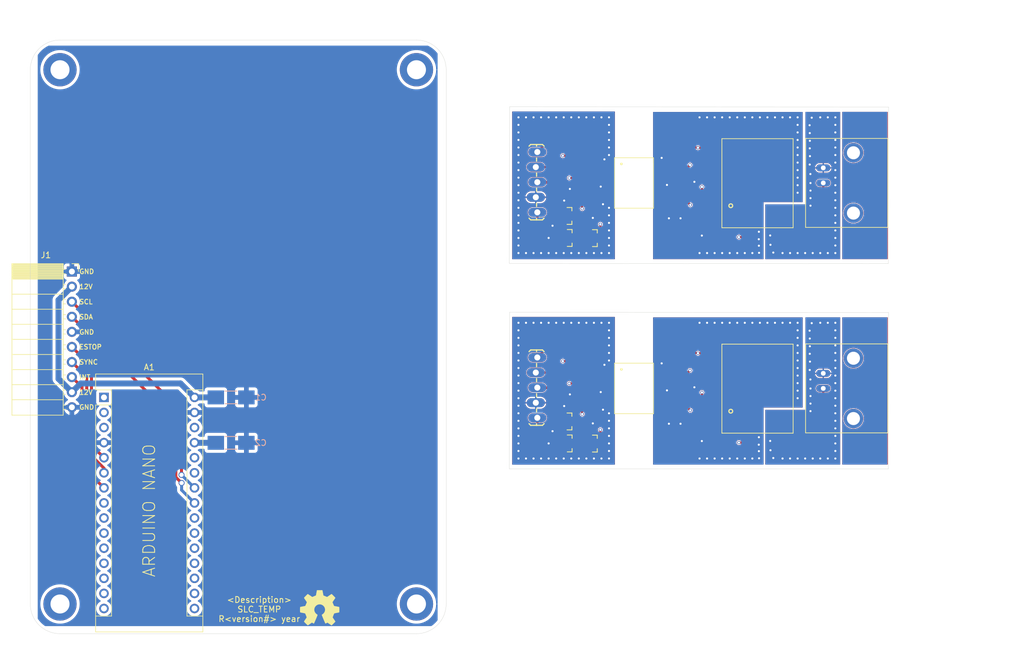
<source format=kicad_pcb>
(kicad_pcb (version 20240108) (generator "pcbnew") (generator_version "8.0")
  (layers (0 "F.Cu" signal) (1 "In1.Cu" signal) (2 "In2.Cu" signal) (31 "B.Cu" signal) (34 "B.Paste" user) (35 "F.Paste" user) (36 "B.SilkS" user "B.Silkscreen") (37 "F.SilkS" user "F.Silkscreen") (38 "B.Mask" user) (39 "F.Mask" user) (44 "Edge.Cuts" user))
  (net 0 "")
  (net 2 "GND")
  (net 4 "+5V")
  (net 5 "/I2C_CLK")
  (net 6 "/I2C_DAT")
  (net 7 "/SYNC")
  (net 8 "/E_STOP")
  (net 14 "+12V")
  (net 15 "/INT")
  (net 16 "/A1")
  (net 17 "/B1")
  (net 18 "/A2")
  (net 19 "/B2")
  (net 20 "/BR1")
  (net 21 "/BR2")
  (net 22 "/CSEN1")
  (net 23 "/DIR1")
  (net 24 "/CSEN2")
  (net 25 "/DIR2")
  (net 26 "/MC1")
  (net 27 "/MC2")
  (net 28 "/THRM1")
  (net 29 "/THRM2")
  (net 30 "EN")
  (net 31 "VCC")
  (net 32 "SCL2")
  (net 33 "SDA2")
  (net 34 "N$2")
  (net 35 "AVCC")
  (net 36 "GND-ISO")
  (net 37 "3V3-ISO")
  (net 38 "SCL1")
  (net 39 "SDA1")
  (net 40 "PRB")
  (net 41 "N$1")
  (net 42 "PRBGND")
  (footprint "MountingHole:MountingHole_3.2mm_M3_DIN965_Pad" (layer "F.Cu") (at 127.6 44.8)
    (property "Reference" "H1" (hide yes))
    (property "Value" "MountingHole")
  )
  (footprint "MountingHole:MountingHole_3.2mm_M3_DIN965_Pad" (layer "F.Cu") (at 187.6 44.8)
    (property "Reference" "H2" (hide yes))
    (property "Value" "MountingHole")
  )
  (footprint "MountingHole:MountingHole_3.2mm_M3_DIN965_Pad" (layer "F.Cu") (at 127.6 134.8)
    (property "Reference" "H3" (hide yes))
    (property "Value" "MountingHole")
  )
  (footprint "MountingHole:MountingHole_3.2mm_M3_DIN965_Pad" (layer "F.Cu") (at 187.6 134.8)
    (property "Reference" "H4" (hide yes))
    (property "Value" "MountingHole")
  )
  (footprint "Module:Arduino_Nano" (layer "F.Cu") (at 135 100)
    (property "Reference" "A1")
    (property "Value" "Arduino_Nano_v3.x")
  )
  (footprint "Connector_PinSocket_2.54mm:PinSocket_1x10_P2.54mm_Horizontal" (layer "F.Cu") (at 129.6 78.8)
    (property "Reference" "J1")
    (property "Value" "Conn_01x10_Female")
  )
  (footprint "Symbol:OSHW-Symbol_6.7x6mm_SilkScreen" (layer "F.Cu") (at 171.3 135.45)
    (property "Reference" "Logo1" (hide yes))
    (property "Value" "Logo_Open_Hardware_Small" (hide yes))
  )
  (footprint "ADM3260_Breakout:PHSENSOR" (layer "F.Cu") (at 245.007597 98.522431 90)
    (property "Reference" "U2" (hide yes))
    (property "Value" "Atlas Scientific OEM pH or ORP")
  )
  (footprint "ADM3260_Breakout:BNC" (layer "F.Cu") (at 256.076782 98.482012 -90)
    (property "Reference" "J2" (hide yes))
    (property "Value" "BNCPTH")
  )
  (footprint "ADM3260_Breakout:0603" (layer "F.Cu") (at 230.094232 102.218575 -90)
    (property "Reference" "C5" (hide yes))
    (property "Value" "0.1uF")
  )
  (footprint "ADM3260_Breakout:SOT23" (layer "F.Cu") (at 217.374385 107.774816 -90)
    (property "Reference" "Q3" (hide yes))
    (property "Value" "PMV32UP")
  )
  (footprint "ADM3260_Breakout:0603" (layer "F.Cu") (at 232.085985 64.074612)
    (property "Reference" "C7" (hide yes))
    (property "Value" "0.1uF")
  )
  (footprint "ADM3260_Breakout:0603" (layer "F.Cu") (at 232.085985 98.684612)
    (property "Reference" "C7" (hide yes))
    (property "Value" "0.1uF")
  )
  (footprint "ADM3260_Breakout:0805" (layer "F.Cu") (at 214.564025 66.902391 180)
    (property "Reference" "C1" (hide yes))
    (property "Value" "10uF")
  )
  (footprint "ADM3260_Breakout:0603" (layer "F.Cu") (at 230.094232 67.608575 -90)
    (property "Reference" "C5" (hide yes))
    (property "Value" "0.1uF")
  )
  (footprint "ADM3260_Breakout:0603" (layer "F.Cu") (at 235.660363 66.61765 90)
    (property "Reference" "R5" (hide yes))
    (property "Value" "16.2k")
  )
  (footprint "ADM3260_Breakout:0805" (layer "F.Cu") (at 233.941394 62.251009)
    (property "Reference" "C8" (hide yes))
    (property "Value" "10uF")
  )
  (footprint "ADM3260_Breakout:1X05_LOCK_LONGPADS" (layer "F.Cu") (at 207.943782 58.665012 -90)
    (property "Reference" "J1" (hide yes))
    (property "Value" "")
  )
  (footprint "ADM3260_Breakout:0603" (layer "F.Cu") (at 215.529178 94.999816 90)
    (property "Reference" "R2" (hide yes))
    (property "Value" "4.7k")
  )
  (footprint "ADM3260_Breakout:0805" (layer "F.Cu") (at 233.941394 96.861009)
    (property "Reference" "C8" (hide yes))
    (property "Value" "10uF")
  )
  (footprint "ADM3260_Breakout:0603" (layer "F.Cu") (at 217.209185 64.120309 -90)
    (property "Reference" "C4" (hide yes))
    (property "Value" "0.1uF")
  )
  (footprint "ADM3260_Breakout:SOT23" (layer "F.Cu") (at 213.09855 104.047078 -90)
    (property "Reference" "Q2" (hide yes))
    (property "Value" "PMV16XN")
  )
  (footprint "ADM3260_Breakout:BNC" (layer "F.Cu") (at 256.076782 63.872012 -90)
    (property "Reference" "J2" (hide yes))
    (property "Value" "BNCPTH")
  )
  (footprint "ADM3260_Breakout:0805" (layer "F.Cu") (at 232.054969 67.733603 -90)
    (property "Reference" "C6" (hide yes))
    (property "Value" "10uF")
  )
  (footprint "ADM3260_Breakout:0603" (layer "F.Cu") (at 236.378753 58.856881 90)
    (property "Reference" "R3" (hide yes))
    (property "Value" "4.7k")
  )
  (footprint "ADM3260_Breakout:0603" (layer "F.Cu") (at 213.77786 92.974712 -90)
    (property "Reference" "R1" (hide yes))
    (property "Value" "4.7k")
  )
  (footprint "ADM3260_Breakout:0603" (layer "F.Cu") (at 232.708782 57.903012)
    (property "Reference" "R4" (hide yes))
    (property "Value" "4.7k")
  )
  (footprint "ADM3260_Breakout:0603" (layer "F.Cu") (at 235.64626 105.197969 90)
    (property "Reference" "R6" (hide yes))
    (property "Value" "10k")
  )
  (footprint "ADM3260_Breakout:0603" (layer "F.Cu") (at 235.660363 101.22765 90)
    (property "Reference" "R5" (hide yes))
    (property "Value" "16.2k")
  )
  (footprint "ADM3260_Breakout:0603" (layer "F.Cu") (at 235.64626 70.587969 90)
    (property "Reference" "R6" (hide yes))
    (property "Value" "10k")
  )
  (footprint "ADM3260_Breakout:0603" (layer "F.Cu") (at 232.708782 92.513012)
    (property "Reference" "R4" (hide yes))
    (property "Value" "4.7k")
  )
  (footprint "ADM3260_Breakout:0603" (layer "F.Cu") (at 217.29951 102.314116 -90)
    (property "Reference" "C2" (hide yes))
    (property "Value" "0.1uF")
  )
  (footprint "ADM3260_Breakout:ADM3260" (layer "F.Cu") (at 224.199782 98.482012 -90)
    (property "Reference" "U1" (hide yes))
    (property "Value" "ADM3260")
  )
  (footprint "ADM3260_Breakout:ADM3260" (layer "F.Cu") (at 224.199782 63.872012 -90)
    (property "Reference" "U1" (hide yes))
    (property "Value" "ADM3260")
  )
  (footprint "ADM3260_Breakout:PHSENSOR" (layer "F.Cu") (at 245.007597 63.912431 90)
    (property "Reference" "U2" (hide yes))
    (property "Value" "Atlas Scientific OEM pH or ORP")
  )
  (footprint "ADM3260_Breakout:0805" (layer "F.Cu") (at 215.202994 98.691525 -90)
    (property "Reference" "C3" (hide yes))
    (property "Value" "10uF")
  )
  (footprint "ADM3260_Breakout:SOT23" (layer "F.Cu") (at 213.13771 107.753878 -90)
    (property "Reference" "Q1" (hide yes))
    (property "Value" "PMV32UP")
  )
  (footprint "ADM3260_Breakout:0603" (layer "F.Cu") (at 236.378753 93.466881 90)
    (property "Reference" "R3" (hide yes))
    (property "Value" "4.7k")
  )
  (footprint "ADM3260_Breakout:SOT23" (layer "F.Cu") (at 217.374385 73.164816 -90)
    (property "Reference" "Q3" (hide yes))
    (property "Value" "PMV32UP")
  )
  (footprint "ADM3260_Breakout:0603" (layer "F.Cu") (at 215.529178 60.389816 90)
    (property "Reference" "R2" (hide yes))
    (property "Value" "4.7k")
  )
  (footprint "ADM3260_Breakout:1X05_LOCK_LONGPADS" (layer "F.Cu") (at 207.943782 93.275012 -90)
    (property "Reference" "J1" (hide yes))
    (property "Value" "")
  )
  (footprint "ADM3260_Breakout:SOT23" (layer "F.Cu") (at 213.13771 73.143878 -90)
    (property "Reference" "Q1" (hide yes))
    (property "Value" "PMV32UP")
  )
  (footprint "ADM3260_Breakout:SOT23" (layer "F.Cu") (at 213.09855 69.437078 -90)
    (property "Reference" "Q2" (hide yes))
    (property "Value" "PMV16XN")
  )
  (footprint "ADM3260_Breakout:0603" (layer "F.Cu") (at 217.209185 98.730309 -90)
    (property "Reference" "C4" (hide yes))
    (property "Value" "0.1uF")
  )
  (footprint "ADM3260_Breakout:0805" (layer "F.Cu") (at 215.202994 64.081525 -90)
    (property "Reference" "C3" (hide yes))
    (property "Value" "10uF")
  )
  (footprint "ADM3260_Breakout:0603" (layer "F.Cu") (at 217.29951 67.704116 -90)
    (property "Reference" "C2" (hide yes))
    (property "Value" "0.1uF")
  )
  (footprint "ADM3260_Breakout:0603" (layer "F.Cu") (at 213.77786 58.364712 -90)
    (property "Reference" "R1" (hide yes))
    (property "Value" "4.7k")
  )
  (footprint "ADM3260_Breakout:0805" (layer "F.Cu") (at 232.054969 102.343603 -90)
    (property "Reference" "C6" (hide yes))
    (property "Value" "10uF")
  )
  (footprint "ADM3260_Breakout:0805" (layer "F.Cu") (at 214.564025 101.512391 180)
    (property "Reference" "C1" (hide yes))
    (property "Value" "10uF")
  )
  (footprint "OCI_UPL_FOOTPRINTS:C_2312" (layer "B.Cu") (at 156.4 107.65)
    (property "Reference" "C2")
    (property "Value" "10uF_t")
  )
  (footprint "OCI_UPL_FOOTPRINTS:C_2312" (layer "B.Cu") (at 156.4 100)
    (property "Reference" "C1")
    (property "Value" "10uF_t")
  )
  (gr_line (start 192.6 44.8) (end 192.6 134.8) (stroke (width 0.05)) (layer "Edge.Cuts"))
  (gr_line (start 203.273316 85.656147) (end 203.24 112.03) (stroke (width 0.05)) (layer "Edge.Cuts"))
  (gr_line (start 203.24 112.03) (end 267.029003 112.065756) (stroke (width 0.05)) (layer "Edge.Cuts"))
  (gr_arc (start 187.6 39.8) (mid 191.135534 41.264466) (end 192.6 44.8) (stroke (width 0.05)) (layer "Edge.Cuts"))
  (gr_line (start 122.6 134.8) (end 122.6 44.8) (stroke (width 0.05)) (layer "Edge.Cuts"))
  (gr_line (start 203.24 77.42) (end 267.029003 77.455756) (stroke (width 0.05)) (layer "Edge.Cuts"))
  (gr_line (start 267.062319 51.081903) (end 203.273316 51.046147) (stroke (width 0.05)) (layer "Edge.Cuts"))
  (gr_line (start 127.6 139.8) (end 187.6 139.8) (stroke (width 0.05)) (layer "Edge.Cuts"))
  (gr_line (start 267.029003 77.455756) (end 267.062319 51.081903) (stroke (width 0.05)) (layer "Edge.Cuts"))
  (gr_arc (start 127.6 139.8) (mid 124.064466 138.335534) (end 122.6 134.8) (stroke (width 0.05)) (layer "Edge.Cuts"))
  (gr_line (start 127.6 39.8) (end 187.6 39.8) (stroke (width 0.05)) (layer "Edge.Cuts"))
  (gr_arc (start 192.6 134.8) (mid 191.135534 138.335534) (end 187.6 139.8) (stroke (width 0.05)) (layer "Edge.Cuts"))
  (gr_line (start 267.062319 85.691903) (end 203.273316 85.656147) (stroke (width 0.05)) (layer "Edge.Cuts"))
  (gr_line (start 203.273316 51.046147) (end 203.24 77.42) (stroke (width 0.05)) (layer "Edge.Cuts"))
  (gr_arc (start 122.6 44.8) (mid 124.064466 41.264466) (end 127.6 39.8) (stroke (width 0.05)) (layer "Edge.Cuts"))
  (gr_line (start 267.029003 112.065756) (end 267.062319 85.691903) (stroke (width 0.05)) (layer "Edge.Cuts"))
  (gr_text "12V" (at 131.975715 81.35 0) (layer "F.SilkS") (effects (font (size 0.8 0.8))))
  (gr_text "12V" (at 131.975715 99.15 0) (layer "F.SilkS") (effects (font (size 0.8 0.8))))
  (gr_text "GND" (at 132.09 89 0) (layer "F.SilkS") (effects (font (size 0.8 0.8))))
  (gr_text "<Description>\nSLC_TEMP\nR<version#> year" (at 161.14 135.704 0) (layer "F.SilkS") (effects (font (size 1 1))))
  (gr_text "ARDUINO NANO" (at 142.61 119.05 90) (layer "F.SilkS") (effects (font (size 2 2))))
  (gr_text "SCL" (at 131.975715 83.9 0) (layer "F.SilkS") (effects (font (size 0.8 0.8))))
  (gr_text "GND" (at 132.09 101.65 0) (layer "F.SilkS") (effects (font (size 0.8 0.8))))
  (gr_text "GND" (at 132.09 78.8 0) (layer "F.SilkS") (effects (font (size 0.8 0.8))))
  (gr_text "ESTOP" (at 132.737619 91.5 0) (layer "F.SilkS") (effects (font (size 0.8 0.8))))
  (gr_text "SDA" (at 131.994762 86.45 0) (layer "F.SilkS") (effects (font (size 0.8 0.8))))
  (gr_text "SYNC" (at 132.41381 94.05 0) (layer "F.SilkS") (effects (font (size 0.8 0.8))))
  (gr_text "INT" (at 131.785238 96.6 0) (layer "F.SilkS") (effects (font (size 0.8 0.8))))
  (via (at 204.768782 64.253012) (size 0.55) (drill 0.35) (layers "F.Cu" "B.Cu") (net 2))
  (via (at 204.768782 109.023012) (size 0.55) (drill 0.35) (layers "F.Cu" "B.Cu") (net 2))
  (via (at 211.118782 87.433012) (size 0.55) (drill 0.35) (layers "F.Cu" "B.Cu") (net 2))
  (via (at 220.008782 110.293012) (size 0.55) (drill 0.35) (layers "F.Cu" "B.Cu") (net 2))
  (via (at 217.286419 104.375103) (size 0.55) (drill 0.35) (layers "F.Cu" "B.Cu") (net 2))
  (via (at 204.768782 93.783012) (size 0.55) (drill 0.35) (layers "F.Cu" "B.Cu") (net 2))
  (via (at 220.008782 105.213012) (size 0.55) (drill 0.35) (layers "F.Cu" "B.Cu") (net 2))
  (via (at 210.504941 71.080281) (size 0.55) (drill 0.35) (layers "F.Cu" "B.Cu") (net 2))
  (via (at 216.198782 52.823012) (size 0.55) (drill 0.35) (layers "F.Cu" "B.Cu") (net 2))
  (via (at 204.768782 68.063012) (size 0.55) (drill 0.35) (layers "F.Cu" "B.Cu") (net 2))
  (via (at 211.118782 110.293012) (size 0.55) (drill 0.35) (layers "F.Cu" "B.Cu") (net 2))
  (via (at 218.738782 87.433012) (size 0.55) (drill 0.35) (layers "F.Cu" "B.Cu") (net 2))
  (via (at 204.768782 61.713012) (size 0.55) (drill 0.35) (layers "F.Cu" "B.Cu") (net 2))
  (via (at 220.008782 69.333012) (size 0.55) (drill 0.35) (layers "F.Cu" "B.Cu") (net 2))
  (via (at 220.008782 70.603012) (size 0.55) (drill 0.35) (layers "F.Cu" "B.Cu") (net 2))
  (via (at 210.504941 105.690281) (size 0.55) (drill 0.35) (layers "F.Cu" "B.Cu") (net 2))
  (via (at 217.286419 69.765103) (size 0.55) (drill 0.35) (layers "F.Cu" "B.Cu") (net 2))
  (via (at 206.038782 52.823012) (size 0.55) (drill 0.35) (layers "F.Cu" "B.Cu") (net 2))
  (via (at 212.388782 87.433012) (size 0.55) (drill 0.35) (layers "F.Cu" "B.Cu") (net 2))
  (via (at 220.008782 89.973012) (size 0.55) (drill 0.35) (layers "F.Cu" "B.Cu") (net 2))
  (via (at 213.658782 75.683012) (size 0.55) (drill 0.35) (layers "F.Cu" "B.Cu") (net 2))
  (via (at 206.038782 110.293012) (size 0.55) (drill 0.35) (layers "F.Cu" "B.Cu") (net 2))
  (via (at 217.468782 110.293012) (size 0.55) (drill 0.35) (layers "F.Cu" "B.Cu") (net 2))
  (via (at 207.308782 75.683012) (size 0.55) (drill 0.35) (layers "F.Cu" "B.Cu") (net 2))
  (via (at 204.768782 97.593012) (size 0.55) (drill 0.35) (layers "F.Cu" "B.Cu") (net 2))
  (via (at 220.008782 107.753012) (size 0.55) (drill 0.35) (layers "F.Cu" "B.Cu") (net 2))
  (via (at 219.237438 59.902237) (size 0.55) (drill 0.35) (layers "F.Cu" "B.Cu") (net 2))
  (via (at 218.997041 102.068687) (size 0.55) (drill 0.35) (layers "F.Cu" "B.Cu") (net 2))
  (via (at 217.468782 87.433012) (size 0.55) (drill 0.35) (layers "F.Cu" "B.Cu") (net 2))
  (via (at 220.008782 93.783012) (size 0.55) (drill 0.35) (layers "F.Cu" "B.Cu") (net 2))
  (via (at 220.008782 71.873012) (size 0.55) (drill 0.35) (layers "F.Cu" "B.Cu") (net 2))
  (via (at 209.848782 73.143012) (size 0.55) (drill 0.35) (layers "F.Cu" "B.Cu") (net 2))
  (via (at 204.768782 103.943012) (size 0.55) (drill 0.35) (layers "F.Cu" "B.Cu") (net 2))
  (via (at 214.928782 52.823012) (size 0.55) (drill 0.35) (layers "F.Cu" "B.Cu") (net 2))
  (via (at 208.578782 52.823012) (size 0.55) (drill 0.35) (layers "F.Cu" "B.Cu") (net 2))
  (via (at 220.008782 52.823012) (size 0.55) (drill 0.35) (layers "F.Cu" "B.Cu") (net 2))
  (via (at 204.768782 100.133012) (size 0.55) (drill 0.35) (layers "F.Cu" "B.Cu") (net 2))
  (via (at 204.768782 55.363012) (size 0.55) (drill 0.35) (layers "F.Cu" "B.Cu") (net 2))
  (via (at 204.768782 52.823012) (size 0.55) (drill 0.35) (layers "F.Cu" "B.Cu") (net 2))
  (via (at 219.237438 94.512237) (size 0.55) (drill 0.35) (layers "F.Cu" "B.Cu") (net 2))
  (via (at 204.768782 70.603012) (size 0.55) (drill 0.35) (layers "F.Cu" "B.Cu") (net 2))
  (via (at 220.008782 59.173012) (size 0.55) (drill 0.35) (layers "F.Cu" "B.Cu") (net 2))
  (via (at 204.768782 74.413012) (size 0.55) (drill 0.35) (layers "F.Cu" "B.Cu") (net 2))
  (via (at 212.388782 110.293012) (size 0.55) (drill 0.35) (layers "F.Cu" "B.Cu") (net 2))
  (via (at 214.928782 75.683012) (size 0.55) (drill 0.35) (layers "F.Cu" "B.Cu") (net 2))
  (via (at 204.768782 69.333012) (size 0.55) (drill 0.35) (layers "F.Cu" "B.Cu") (net 2))
  (via (at 204.768782 89.973012) (size 0.55) (drill 0.35) (layers "F.Cu" "B.Cu") (net 2))
  (via (at 207.308782 87.433012) (size 0.55) (drill 0.35) (layers "F.Cu" "B.Cu") (net 2))
  (via (at 220.008782 109.023012) (size 0.55) (drill 0.35) (layers "F.Cu" "B.Cu") (net 2))
  (via (at 204.768782 98.863012) (size 0.55) (drill 0.35) (layers "F.Cu" "B.Cu") (net 2))
  (via (at 220.008782 74.413012) (size 0.55) (drill 0.35) (layers "F.Cu" "B.Cu") (net 2))
  (via (at 204.768782 110.293012) (size 0.55) (drill 0.35) (layers "F.Cu" "B.Cu") (net 2))
  (via (at 212.388782 52.823012) (size 0.55) (drill 0.35) (layers "F.Cu" "B.Cu") (net 2))
  (via (at 220.008782 56.633012) (size 0.55) (drill 0.35) (layers "F.Cu" "B.Cu") (net 2))
  (via (at 209.848782 107.753012) (size 0.55) (drill 0.35) (layers "F.Cu" "B.Cu") (net 2))
  (via (at 218.61561 99.1012) (size 0.55) (drill 0.35) (layers "F.Cu" "B.Cu") (net 2))
  (via (at 211.118782 75.683012) (size 0.55) (drill 0.35) (layers "F.Cu" "B.Cu") (net 2))
  (via (at 220.008782 75.683012) (size 0.55) (drill 0.35) (layers "F.Cu" "B.Cu") (net 2))
  (via (at 204.768782 92.513012) (size 0.55) (drill 0.35) (layers "F.Cu" "B.Cu") (net 2))
  (via (at 204.768782 107.753012) (size 0.55) (drill 0.35) (layers "F.Cu" "B.Cu") (net 2))
  (via (at 217.468782 75.683012) (size 0.55) (drill 0.35) (layers "F.Cu" "B.Cu") (net 2))
  (via (at 204.768782 54.093012) (size 0.55) (drill 0.35) (layers "F.Cu" "B.Cu") (net 2))
  (via (at 220.008782 92.513012) (size 0.55) (drill 0.35) (layers "F.Cu" "B.Cu") (net 2))
  (via (at 204.768782 102.673012) (size 0.55) (drill 0.35) (layers "F.Cu" "B.Cu") (net 2))
  (via (at 220.008782 54.093012) (size 0.55) (drill 0.35) (layers "F.Cu" "B.Cu") (net 2))
  (via (at 204.768782 105.213012) (size 0.55) (drill 0.35) (layers "F.Cu" "B.Cu") (net 2))
  (via (at 213.658782 87.433012) (size 0.55) (drill 0.35) (layers "F.Cu" "B.Cu") (net 2))
  (via (at 213.424878 64.883737) (size 0.55) (drill 0.35) (layers "F.Cu" "B.Cu") (net 2))
  (via (at 209.848782 110.293012) (size 0.55) (drill 0.35) (layers "F.Cu" "B.Cu") (net 2))
  (via (at 204.768782 66.793012) (size 0.55) (drill 0.35) (layers "F.Cu" "B.Cu") (net 2))
  (via (at 220.008782 87.433012) (size 0.55) (drill 0.35) (layers "F.Cu" "B.Cu") (net 2))
  (via (at 204.768782 59.173012) (size 0.55) (drill 0.35) (layers "F.Cu" "B.Cu") (net 2))
  (via (at 220.008782 102.673012) (size 0.55) (drill 0.35) (layers "F.Cu" "B.Cu") (net 2))
  (via (at 204.768782 101.403012) (size 0.55) (drill 0.35) (layers "F.Cu" "B.Cu") (net 2))
  (via (at 204.768782 60.443012) (size 0.55) (drill 0.35) (layers "F.Cu" "B.Cu") (net 2))
  (via (at 217.468782 52.823012) (size 0.55) (drill 0.35) (layers "F.Cu" "B.Cu") (net 2))
  (via (at 206.038782 75.683012) (size 0.55) (drill 0.35) (layers "F.Cu" "B.Cu") (net 2))
  (via (at 207.308782 110.293012) (size 0.55) (drill 0.35) (layers "F.Cu" "B.Cu") (net 2))
  (via (at 212.464553 101.455144) (size 0.55) (drill 0.35) (layers "F.Cu" "B.Cu") (net 2))
  (via (at 206.038782 87.433012) (size 0.55) (drill 0.35) (layers "F.Cu" "B.Cu") (net 2))
  (via (at 213.424878 99.493737) (size 0.55) (drill 0.35) (layers "F.Cu" "B.Cu") (net 2))
  (via (at 220.008782 88.703012) (size 0.55) (drill 0.35) (layers "F.Cu" "B.Cu") (net 2))
  (via (at 209.848782 75.683012) (size 0.55) (drill 0.35) (layers "F.Cu" "B.Cu") (net 2))
  (via (at 220.008782 57.903012) (size 0.55) (drill 0.35) (layers "F.Cu" "B.Cu") (net 2))
  (via (at 220.008782 73.143012) (size 0.55) (drill 0.35) (layers "F.Cu" "B.Cu") (net 2))
  (via (at 204.768782 73.143012) (size 0.55) (drill 0.35) (layers "F.Cu" "B.Cu") (net 2))
  (via (at 209.848782 87.433012) (size 0.55) (drill 0.35) (layers "F.Cu" "B.Cu") (net 2))
  (via (at 204.768782 75.683012) (size 0.55) (drill 0.35) (layers "F.Cu" "B.Cu") (net 2))
  (via (at 213.658782 52.823012) (size 0.55) (drill 0.35) (layers "F.Cu" "B.Cu") (net 2))
  (via (at 204.768782 57.903012) (size 0.55) (drill 0.35) (layers "F.Cu" "B.Cu") (net 2))
  (via (at 204.768782 71.873012) (size 0.55) (drill 0.35) (layers "F.Cu" "B.Cu") (net 2))
  (via (at 204.768782 56.633012) (size 0.55) (drill 0.35) (layers "F.Cu" "B.Cu") (net 2))
  (via (at 220.008782 91.243012) (size 0.55) (drill 0.35) (layers "F.Cu" "B.Cu") (net 2))
  (via (at 204.768782 106.483012) (size 0.55) (drill 0.35) (layers "F.Cu" "B.Cu") (net 2))
  (via (at 204.768782 91.243012) (size 0.55) (drill 0.35) (layers "F.Cu" "B.Cu") (net 2))
  (via (at 204.768782 62.983012) (size 0.55) (drill 0.35) (layers "F.Cu" "B.Cu") (net 2))
  (via (at 218.738782 52.823012) (size 0.55) (drill 0.35) (layers "F.Cu" "B.Cu") (net 2))
  (via (at 218.738782 75.683012) (size 0.55) (drill 0.35) (layers "F.Cu" "B.Cu") (net 2))
  (via (at 216.198782 110.293012) (size 0.55) (drill 0.35) (layers "F.Cu" "B.Cu") (net 2))
  (via (at 216.198782 87.433012) (size 0.55) (drill 0.35) (layers "F.Cu" "B.Cu") (net 2))
  (via (at 220.008782 103.943012) (size 0.55) (drill 0.35) (layers "F.Cu" "B.Cu") (net 2))
  (via (at 218.997041 67.458687) (size 0.55) (drill 0.35) (layers "F.Cu" "B.Cu") (net 2))
  (via (at 204.768782 88.703012) (size 0.55) (drill 0.35) (layers "F.Cu" "B.Cu") (net 2))
  (via (at 204.768782 96.323012) (size 0.55) (drill 0.35) (layers "F.Cu" "B.Cu") (net 2))
  (via (at 220.008782 68.063012) (size 0.55) (drill 0.35) (layers "F.Cu" "B.Cu") (net 2))
  (via (at 218.61561 64.4912) (size 0.55) (drill 0.35) (layers "F.Cu" "B.Cu") (net 2))
  (via (at 218.738782 110.293012) (size 0.55) (drill 0.35) (layers "F.Cu" "B.Cu") (net 2))
  (via (at 208.578782 87.433012) (size 0.55) (drill 0.35) (layers "F.Cu" "B.Cu") (net 2))
  (via (at 220.008782 55.363012) (size 0.55) (drill 0.35) (layers "F.Cu" "B.Cu") (net 2))
  (via (at 208.578782 110.293012) (size 0.55) (drill 0.35) (layers "F.Cu" "B.Cu") (net 2))
  (via (at 208.578782 75.683012) (size 0.55) (drill 0.35) (layers "F.Cu" "B.Cu") (net 2))
  (via (at 209.848782 52.823012) (size 0.55) (drill 0.35) (layers "F.Cu" "B.Cu") (net 2))
  (via (at 204.768782 87.433012) (size 0.55) (drill 0.35) (layers "F.Cu" "B.Cu") (net 2))
  (via (at 212.464553 66.845144) (size 0.55) (drill 0.35) (layers "F.Cu" "B.Cu") (net 2))
  (via (at 204.768782 65.523012) (size 0.55) (drill 0.35) (layers "F.Cu" "B.Cu") (net 2))
  (via (at 204.768782 95.053012) (size 0.55) (drill 0.35) (layers "F.Cu" "B.Cu") (net 2))
  (via (at 214.928782 87.433012) (size 0.55) (drill 0.35) (layers "F.Cu" "B.Cu") (net 2))
  (via (at 216.198782 75.683012) (size 0.55) (drill 0.35) (layers "F.Cu" "B.Cu") (net 2))
  (via (at 212.388782 75.683012) (size 0.55) (drill 0.35) (layers "F.Cu" "B.Cu") (net 2))
  (via (at 207.308782 52.823012) (size 0.55) (drill 0.35) (layers "F.Cu" "B.Cu") (net 2))
  (via (at 220.008782 106.483012) (size 0.55) (drill 0.35) (layers "F.Cu" "B.Cu") (net 2))
  (via (at 214.928782 110.293012) (size 0.55) (drill 0.35) (layers "F.Cu" "B.Cu") (net 2))
  (via (at 211.118782 52.823012) (size 0.55) (drill 0.35) (layers "F.Cu" "B.Cu") (net 2))
  (via (at 213.658782 110.293012) (size 0.55) (drill 0.35) (layers "F.Cu" "B.Cu") (net 2))
  (segment (start 153.83 107.65) (end 150.27 107.65) (width 1) (layer "B.Cu") (net 4))
  (segment (start 150.27 107.65) (end 150.24 107.62) (width 1) (layer "B.Cu") (net 4))
  (segment (start 148.05 113.05) (end 148.05 102.33) (width 0.5) (layer "F.Cu") (net 5))
  (segment (start 148.05 102.33) (end 129.6 83.88) (width 0.5) (layer "F.Cu") (net 5))
  (via (at 148.05 113.05) (size 1) (drill 0.7) (layers "F.Cu" "B.Cu") (net 5))
  (segment (start 150.24 115.24) (end 148.05 113.05) (width 0.5) (layer "B.Cu") (net 5))
  (segment (start 148.068791 114.411588) (end 147.1 113.442797) (width 0.5) (layer "F.Cu") (net 6))
  (segment (start 147.1 103.92) (end 129.6 86.42) (width 0.5) (layer "F.Cu") (net 6))
  (segment (start 147.1 113.442797) (end 147.1 103.92) (width 0.5) (layer "F.Cu") (net 6))
  (via (at 148.068791 114.411588) (size 1) (drill 0.7) (layers "F.Cu" "B.Cu") (net 6))
  (segment (start 148.068791 115.608791) (end 148.068791 114.411588) (width 0.5) (layer "B.Cu") (net 6))
  (segment (start 150.24 117.78) (end 148.068791 115.608791) (width 0.5) (layer "B.Cu") (net 6))
  (segment (start 131.30048 98.28048) (end 129.6 96.58) (width 0.5) (layer "F.Cu") (net 7))
  (segment (start 135 115.24) (end 131.30048 111.54048) (width 0.5) (layer "F.Cu") (net 7))
  (segment (start 131.30048 111.54048) (end 131.30048 98.28048) (width 0.5) (layer "F.Cu") (net 7))
  (segment (start 135 110.16) (end 132.9 108.06) (width 0.5) (layer "F.Cu") (net 8))
  (segment (start 132.9 108.06) (end 132.9 94.8) (width 0.5) (layer "F.Cu") (net 8))
  (segment (start 132.9 94.8) (end 129.6 91.5) (width 0.5) (layer "F.Cu") (net 8))
  (segment (start 131.07 97.65) (end 147.89 97.65) (width 1) (layer "B.Cu") (net 14))
  (segment (start 129.6 99.12) (end 131.07 97.65) (width 1) (layer "B.Cu") (net 14))
  (segment (start 147.89 97.65) (end 150.24 100) (width 1) (layer "B.Cu") (net 14))
  (segment (start 127.35 96.87) (end 129.6 99.12) (width 1) (layer "B.Cu") (net 14))
  (segment (start 153.83 100) (end 150.24 100) (width 1) (layer "B.Cu") (net 14))
  (segment (start 127.35 83.59) (end 127.35 96.87) (width 1) (layer "B.Cu") (net 14))
  (segment (start 129.6 81.34) (end 127.35 83.59) (width 1) (layer "B.Cu") (net 14))
  (segment (start 132.1 109.027076) (end 132.1 96.54) (width 0.5) (layer "F.Cu") (net 15))
  (segment (start 135 112.7) (end 135 111.927076) (width 0.5) (layer "F.Cu") (net 15))
  (segment (start 135 111.927076) (end 132.1 109.027076) (width 0.5) (layer "F.Cu") (net 15))
  (segment (start 132.1 96.54) (end 129.6 94.04) (width 0.5) (layer "F.Cu") (net 15))
  (segment (start 210.420719 102.025553) (end 211.492244 103.097078) (width 0.381) (layer "F.Cu") (net 30))
  (segment (start 210.420719 67.415553) (end 211.492244 68.487078) (width 0.381) (layer "F.Cu") (net 30))
  (segment (start 210.420719 99.289631) (end 210.420719 102.025553) (width 0.381) (layer "F.Cu") (net 30))
  (segment (start 212.008832 106.832756) (end 212.03771 106.803878) (width 0.381) (layer "F.Cu") (net 30))
  (segment (start 211.99855 68.487078) (end 211.492244 68.487078) (width 0.381) (layer "F.Cu") (net 30))
  (segment (start 211.028935 103.097078) (end 210.246447 103.879566) (width 0.381) (layer "F.Cu") (net 30))
  (segment (start 209.341716 106.832756) (end 212.008832 106.832756) (width 0.381) (layer "F.Cu") (net 30))
  (segment (start 210.246447 103.879566) (end 210.246447 104.526891) (width 0.381) (layer "F.Cu") (net 30))
  (segment (start 211.99855 103.097078) (end 211.492244 103.097078) (width 0.381) (layer "F.Cu") (net 30))
  (segment (start 209.320175 106.811216) (end 209.341716 106.832756) (width 0.381) (layer "F.Cu") (net 30))
  (segment (start 207.943782 63.745012) (end 209.4861 63.745012) (width 0.381) (layer "F.Cu") (net 30))
  (segment (start 210.246447 104.526891) (end 209.320175 105.453162) (width 0.381) (layer "F.Cu") (net 30))
  (segment (start 209.320175 105.453162) (end 209.320175 106.811216) (width 0.381) (layer "F.Cu") (net 30))
  (segment (start 209.4861 63.745012) (end 210.420719 64.679631) (width 0.381) (layer "F.Cu") (net 30))
  (segment (start 210.246447 69.916891) (end 209.320175 70.843162) (width 0.381) (layer "F.Cu") (net 30))
  (segment (start 210.246447 69.269566) (end 210.246447 69.916891) (width 0.381) (layer "F.Cu") (net 30))
  (segment (start 209.320175 72.201216) (end 209.341716 72.222756) (width 0.381) (layer "F.Cu") (net 30))
  (segment (start 211.99855 68.487078) (end 211.028935 68.487078) (width 0.381) (layer "F.Cu") (net 30))
  (segment (start 211.99855 103.097078) (end 211.028935 103.097078) (width 0.381) (layer "F.Cu") (net 30))
  (segment (start 209.4861 98.355012) (end 210.420719 99.289631) (width 0.381) (layer "F.Cu") (net 30))
  (segment (start 207.943782 98.355012) (end 209.4861 98.355012) (width 0.381) (layer "F.Cu") (net 30))
  (segment (start 211.028935 68.487078) (end 210.246447 69.269566) (width 0.381) (layer "F.Cu") (net 30))
  (segment (start 212.008832 72.222756) (end 212.03771 72.193878) (width 0.381) (layer "F.Cu") (net 30))
  (segment (start 209.320175 70.843162) (end 209.320175 72.201216) (width 0.381) (layer "F.Cu") (net 30))
  (segment (start 210.420719 64.679631) (end 210.420719 67.415553) (width 0.381) (layer "F.Cu") (net 30))
  (segment (start 209.341716 72.222756) (end 212.008832 72.222756) (width 0.381) (layer "F.Cu") (net 30))
  (segment (start 216.253463 74.093884) (end 212.03771 74.093878) (width 0.381) (layer "F.Cu") (net 31))
  (segment (start 208.579607 74.093878) (end 207.965644 73.479916) (width 0.381) (layer "F.Cu") (net 31))
  (segment (start 207.965644 73.479916) (end 207.965644 68.846875) (width 0.381) (layer "F.Cu") (net 31))
  (segment (start 207.965644 108.089916) (end 207.965644 103.456875) (width 0.381) (layer "F.Cu") (net 31))
  (segment (start 208.579607 108.703878) (end 207.965644 108.089916) (width 0.381) (layer "F.Cu") (net 31))
  (segment (start 216.274385 108.724816) (end 216.253463 108.703884) (width 0.1524) (layer "F.Cu") (net 31))
  (segment (start 207.965644 103.456875) (end 207.943782 103.435012) (width 0.381) (layer "F.Cu") (net 31))
  (segment (start 212.03771 74.093878) (end 208.579607 74.093878) (width 0.381) (layer "F.Cu") (net 31))
  (segment (start 212.03771 108.703878) (end 208.579607 108.703878) (width 0.381) (layer "F.Cu") (net 31))
  (segment (start 207.965644 68.846875) (end 207.943782 68.825012) (width 0.381) (layer "F.Cu") (net 31))
  (segment (start 216.274385 74.114816) (end 216.253463 74.093884) (width 0.1524) (layer "F.Cu") (net 31))
  (segment (start 216.253463 108.703884) (end 212.03771 108.703878) (width 0.381) (layer "F.Cu") (net 31))
  (segment (start 213.7982 92.104372) (end 213.77786 92.124712) (width 0.381) (layer "F.Cu") (net 32))
  (segment (start 217.390285 60.364516) (end 217.390285 57.494372) (width 0.381) (layer "F.Cu") (net 32))
  (segment (start 209.094082 57.514712) (end 213.77786 57.514712) (width 0.381) (layer "F.Cu") (net 32))
  (segment (start 217.390285 57.494372) (end 213.7982 57.494372) (width 0.381) (layer "F.Cu") (net 32))
  (segment (start 218.622782 96.207012) (end 217.390285 94.974516) (width 0.381) (layer "F.Cu") (net 32))
  (segment (start 220.249782 61.597012) (end 218.622782 61.597012) (width 0.381) (layer "F.Cu") (net 32))
  (segment (start 218.622782 61.597012) (end 217.390285 60.364516) (width 0.381) (layer "F.Cu") (net 32))
  (segment (start 207.943782 58.665012) (end 209.094082 57.514712) (width 0.381) (layer "F.Cu") (net 32))
  (segment (start 217.390285 94.974516) (end 217.390285 92.104372) (width 0.381) (layer "F.Cu") (net 32))
  (segment (start 220.249782 96.207012) (end 218.622782 96.207012) (width 0.381) (layer "F.Cu") (net 32))
  (segment (start 207.943782 93.275012) (end 209.094082 92.124712) (width 0.381) (layer "F.Cu") (net 32))
  (segment (start 209.094082 92.124712) (end 213.77786 92.124712) (width 0.381) (layer "F.Cu") (net 32))
  (segment (start 213.7982 57.494372) (end 213.77786 57.514712) (width 0.381) (layer "F.Cu") (net 32))
  (segment (start 217.390285 92.104372) (end 213.7982 92.104372) (width 0.381) (layer "F.Cu") (net 32))
  (segment (start 215.529178 95.849816) (end 216.812363 95.849816) (width 0.381) (layer "F.Cu") (net 33))
  (segment (start 216.812363 61.239816) (end 217.813963 62.241416) (width 0.381) (layer "F.Cu") (net 33))
  (segment (start 220.244185 62.241416) (end 220.249782 62.247012) (width 0.381) (layer "F.Cu") (net 33))
  (segment (start 220.244185 96.851416) (end 220.249782 96.857012) (width 0.381) (layer "F.Cu") (net 33))
  (segment (start 215.494375 61.205012) (end 215.529178 61.239816) (width 0.381) (layer "F.Cu") (net 33))
  (segment (start 207.689782 61.205012) (end 215.494375 61.205012) (width 0.381) (layer "F.Cu") (net 33))
  (segment (start 215.494375 95.815012) (end 215.529178 95.849816) (width 0.381) (layer "F.Cu") (net 33))
  (segment (start 216.812363 95.849816) (end 217.813963 96.851416) (width 0.381) (layer "F.Cu") (net 33))
  (segment (start 207.689782 95.815012) (end 215.494375 95.815012) (width 0.381) (layer "F.Cu") (net 33))
  (segment (start 217.813963 62.241416) (end 220.244185 62.241416) (width 0.381) (layer "F.Cu") (net 33))
  (segment (start 217.813963 96.851416) (end 220.244185 96.851416) (width 0.381) (layer "F.Cu") (net 33))
  (segment (start 215.529178 61.239816) (end 216.812363 61.239816) (width 0.381) (layer "F.Cu") (net 33))
  (segment (start 214.23771 104.086237) (end 214.23771 107.753878) (width 0.381) (layer "F.Cu") (net 34))
  (segment (start 214.19855 104.047078) (end 214.23771 104.086237) (width 0.1524) (layer "F.Cu") (net 34))
  (segment (start 214.23771 69.476237) (end 214.23771 73.143878) (width 0.381) (layer "F.Cu") (net 34))
  (segment (start 214.19855 72.214816) (end 214.19855 69.437078) (width 0.1524) (layer "F.Cu") (net 34))
  (segment (start 214.19855 106.824816) (end 214.19855 104.047078) (width 0.1524) (layer "F.Cu") (net 34))
  (segment (start 214.19855 69.437078) (end 214.23771 69.476237) (width 0.1524) (layer "F.Cu") (net 34))
  (segment (start 216.274385 106.824816) (end 214.19855 106.824816) (width 0.381) (layer "F.Cu") (net 34))
  (segment (start 216.274385 72.214816) (end 214.19855 72.214816) (width 0.381) (layer "F.Cu") (net 34))
  (segment (start 215.464025 102.768097) (end 215.464025 101.512391) (width 0.381) (layer "F.Cu") (net 35))
  (segment (start 218.561357 70.843162) (end 218.561357 73.077844) (width 0.381) (layer "F.Cu") (net 35))
  (segment (start 220.249782 66.147012) (end 218.006613 66.147012) (width 0.381) (layer "F.Cu") (net 35))
  (segment (start 218.561357 107.687844) (end 218.474385 107.774816) (width 0.381) (layer "F.Cu") (net 35))
  (segment (start 214.102963 59.539816) (end 213.77786 59.214712) (width 0.381) (layer "F.Cu") (net 35))
  (segment (start 220.249782 97.507012) (end 217.582482 97.507012) (width 0.381) (layer "F.Cu") (net 35))
  (segment (start 213.71126 59.281312) (end 213.77786 59.214712) (width 0.381) (layer "F.Cu") (net 35))
  (segment (start 215.057869 97.6464) (end 215.202994 97.791525) (width 0.381) (layer "F.Cu") (net 35))
  (segment (start 218.006613 100.757012) (end 217.29951 101.464116) (width 0.381) (layer "F.Cu") (net 35))
  (segment (start 215.464025 68.158097) (end 215.464025 66.902391) (width 0.381) (layer "F.Cu") (net 35))
  (segment (start 213.328425 63.0364) (end 215.057869 63.0364) (width 0.381) (layer "F.Cu") (net 35))
  (segment (start 213.328425 97.6464) (end 215.057869 97.6464) (width 0.381) (layer "F.Cu") (net 35))
  (segment (start 213.71126 93.891312) (end 213.77786 93.824712) (width 0.381) (layer "F.Cu") (net 35))
  (segment (start 214.102963 94.149816) (end 213.77786 93.824712) (width 0.381) (layer "F.Cu") (net 35))
  (segment (start 217.29951 66.854116) (end 215.5123 66.854116) (width 0.381) (layer "F.Cu") (net 35))
  (segment (start 215.291778 63.270309) (end 215.202994 63.181525) (width 0.381) (layer "F.Cu") (net 35))
  (segment (start 217.209185 97.880309) (end 215.291778 97.880309) (width 0.381) (layer "F.Cu") (net 35))
  (segment (start 215.5054 68.199472) (end 215.464025 68.158097) (width 0.381) (layer "F.Cu") (net 35))
  (segment (start 215.291778 97.880309) (end 215.202994 97.791525) (width 0.381) (layer "F.Cu") (net 35))
  (segment (start 217.582482 97.507012) (end 217.209185 97.880309) (width 0.381) (layer "F.Cu") (net 35))
  (segment (start 215.5123 66.854116) (end 215.464025 66.902391) (width 0.381) (layer "F.Cu") (net 35))
  (segment (start 215.057869 63.0364) (end 215.202994 63.181525) (width 0.381) (layer "F.Cu") (net 35))
  (segment (start 215.5054 102.809472) (end 215.464025 102.768097) (width 0.381) (layer "F.Cu") (net 35))
  (segment (start 217.582482 62.897012) (end 217.209185 63.270309) (width 0.381) (layer "F.Cu") (net 35))
  (segment (start 212.23165 59.281312) (end 213.71126 59.281312) (width 0.381) (layer "F.Cu") (net 35))
  (segment (start 215.5123 101.464116) (end 215.464025 101.512391) (width 0.381) (layer "F.Cu") (net 35))
  (segment (start 212.23165 93.891312) (end 213.71126 93.891312) (width 0.381) (layer "F.Cu") (net 35))
  (segment (start 215.529178 94.149816) (end 214.102963 94.149816) (width 0.381) (layer "F.Cu") (net 35))
  (segment (start 218.006613 66.147012) (end 217.29951 66.854116) (width 0.381) (layer "F.Cu") (net 35))
  (segment (start 218.561357 105.453162) (end 218.561357 107.687844) (width 0.381) (layer "F.Cu") (net 35))
  (segment (start 215.529178 59.539816) (end 214.102963 59.539816) (width 0.381) (layer "F.Cu") (net 35))
  (segment (start 220.249782 62.897012) (end 217.582482 62.897012) (width 0.381) (layer "F.Cu") (net 35))
  (segment (start 220.249782 100.757012) (end 218.006613 100.757012) (width 0.381) (layer "F.Cu") (net 35))
  (segment (start 218.561357 73.077844) (end 218.474385 73.164816) (width 0.381) (layer "F.Cu") (net 35))
  (segment (start 217.209185 63.270309) (end 215.291778 63.270309) (width 0.381) (layer "F.Cu") (net 35))
  (segment (start 217.29951 101.464116) (end 215.5123 101.464116) (width 0.381) (layer "F.Cu") (net 35))
  (via (at 213.328425 97.6464) (size 0.55) (drill 0.35) (layers "F.Cu" "B.Cu") (net 35))
  (via (at 212.23165 93.891312) (size 0.55) (drill 0.35) (layers "F.Cu" "B.Cu") (net 35))
  (via (at 213.328425 63.0364) (size 0.55) (drill 0.35) (layers "F.Cu" "B.Cu") (net 35))
  (via (at 212.23165 59.281312) (size 0.55) (drill 0.35) (layers "F.Cu" "B.Cu") (net 35))
  (via (at 218.561357 105.453162) (size 0.55) (drill 0.35) (layers "F.Cu" "B.Cu") (net 35))
  (via (at 218.561357 70.843162) (size 0.55) (drill 0.35) (layers "F.Cu" "B.Cu") (net 35))
  (via (at 215.5054 102.809472) (size 0.55) (drill 0.35) (layers "F.Cu" "B.Cu") (net 35))
  (via (at 215.5054 68.199472) (size 0.55) (drill 0.35) (layers "F.Cu" "B.Cu") (net 35))
  (via (at 251.758782 100.133012) (size 0.55) (drill 0.35) (layers "F.Cu" "B.Cu") (net 36))
  (via (at 250.488782 52.823012) (size 0.55) (drill 0.35) (layers "F.Cu" "B.Cu") (net 36))
  (via (at 245.220863 107.966159) (size 0.55) (drill 0.35) (layers "F.Cu" "B.Cu") (net 36))
  (via (at 230.093216 69.82815) (size 0.55) (drill 0.35) (layers "F.Cu" "B.Cu") (net 36))
  (via (at 236.518782 110.293012) (size 0.55) (drill 0.35) (layers "F.Cu" "B.Cu") (net 36))
  (via (at 251.758782 95.053012) (size 0.55) (drill 0.35) (layers "F.Cu" "B.Cu") (net 36))
  (via (at 251.758782 62.983012) (size 0.55) (drill 0.35) (layers "F.Cu" "B.Cu") (net 36))
  (via (at 245.220863 73.356159) (size 0.55) (drill 0.35) (layers "F.Cu" "B.Cu") (net 36))
  (via (at 245.408782 87.433012) (size 0.55) (drill 0.35) (layers "F.Cu" "B.Cu") (net 36))
  (via (at 251.758782 89.973012) (size 0.55) (drill 0.35) (layers "F.Cu" "B.Cu") (net 36))
  (via (at 251.758782 57.903012) (size 0.55) (drill 0.35) (layers "F.Cu" "B.Cu") (net 36))
  (via (at 229.765288 64.207669) (size 0.55) (drill 0.35) (layers "F.Cu" "B.Cu") (net 36))
  (via (at 251.758782 61.713012) (size 0.55) (drill 0.35) (layers "F.Cu" "B.Cu") (net 36))
  (via (at 245.408782 52.823012) (size 0.55) (drill 0.35) (layers "F.Cu" "B.Cu") (net 36))
  (via (at 247.948782 52.823012) (size 0.55) (drill 0.35) (layers "F.Cu" "B.Cu") (net 36))
  (via (at 239.058782 110.293012) (size 0.55) (drill 0.35) (layers "F.Cu" "B.Cu") (net 36))
  (via (at 235.248782 87.433012) (size 0.55) (drill 0.35) (layers "F.Cu" "B.Cu") (net 36))
  (via (at 251.758782 56.633012) (size 0.55) (drill 0.35) (layers "F.Cu" "B.Cu") (net 36))
  (via (at 251.758782 52.823012) (size 0.55) (drill 0.35) (layers "F.Cu" "B.Cu") (net 36))
  (via (at 242.868782 87.433012) (size 0.55) (drill 0.35) (layers "F.Cu" "B.Cu") (net 36))
  (via (at 229.765288 98.817669) (size 0.55) (drill 0.35) (layers "F.Cu" "B.Cu") (net 36))
  (via (at 244.138782 52.823012) (size 0.55) (drill 0.35) (layers "F.Cu" "B.Cu") (net 36))
  (via (at 251.758782 92.513012) (size 0.55) (drill 0.35) (layers "F.Cu" "B.Cu") (net 36))
  (via (at 245.269775 110.255725) (size 0.55) (drill 0.35) (layers "F.Cu" "B.Cu") (net 36))
  (via (at 246.678782 52.823012) (size 0.55) (drill 0.35) (layers "F.Cu" "B.Cu") (net 36))
  (via (at 239.058782 52.823012) (size 0.55) (drill 0.35) (layers "F.Cu" "B.Cu") (net 36))
  (via (at 236.518782 87.433012) (size 0.55) (drill 0.35) (layers "F.Cu" "B.Cu") (net 36))
  (via (at 232.049235 104.43815) (size 0.55) (drill 0.35) (layers "F.Cu" "B.Cu") (net 36))
  (via (at 237.788782 52.823012) (size 0.55) (drill 0.35) (layers "F.Cu" "B.Cu") (net 36))
  (via (at 251.758782 88.703012) (size 0.55) (drill 0.35) (layers "F.Cu" "B.Cu") (net 36))
  (via (at 234.381678 98.2953) (size 0.55) (drill 0.35) (layers "F.Cu" "B.Cu") (net 36))
  (via (at 230.093216 104.43815) (size 0.55) (drill 0.35) (layers "F.Cu" "B.Cu") (net 36))
  (via (at 251.758782 65.523012) (size 0.55) (drill 0.35) (layers "F.Cu" "B.Cu") (net 36))
  (via (at 251.758782 55.363012) (size 0.55) (drill 0.35) (layers "F.Cu" "B.Cu") (net 36))
  (via (at 251.758782 87.433012) (size 0.55) (drill 0.35) (layers "F.Cu" "B.Cu") (net 36))
  (via (at 236.518782 52.823012) (size 0.55) (drill 0.35) (layers "F.Cu" "B.Cu") (net 36))
  (via (at 237.788782 110.293012) (size 0.55) (drill 0.35) (layers "F.Cu" "B.Cu") (net 36))
  (via (at 239.058782 75.683012) (size 0.55) (drill 0.35) (layers "F.Cu" "B.Cu") (net 36))
  (via (at 245.236028 106.708847) (size 0.55) (drill 0.35) (layers "F.Cu" "B.Cu") (net 36))
  (via (at 240.328782 110.293012) (size 0.55) (drill 0.35) (layers "F.Cu" "B.Cu") (net 36))
  (via (at 241.598782 52.823012) (size 0.55) (drill 0.35) (layers "F.Cu" "B.Cu") (net 36))
  (via (at 251.758782 98.863012) (size 0.55) (drill 0.35) (layers "F.Cu" "B.Cu") (net 36))
  (via (at 228.873444 59.655366) (size 0.55) (drill 0.35) (layers "F.Cu" "B.Cu") (net 36))
  (via (at 241.598782 110.293012) (size 0.55) (drill 0.35) (layers "F.Cu" "B.Cu") (net 36))
  (via (at 247.948782 87.433012) (size 0.55) (drill 0.35) (layers "F.Cu" "B.Cu") (net 36))
  (via (at 237.788782 87.433012) (size 0.55) (drill 0.35) (layers "F.Cu" "B.Cu") (net 36))
  (via (at 239.058782 87.433012) (size 0.55) (drill 0.35) (layers "F.Cu" "B.Cu") (net 36))
  (via (at 244.138782 87.433012) (size 0.55) (drill 0.35) (layers "F.Cu" "B.Cu") (net 36))
  (via (at 245.238172 74.447237) (size 0.55) (drill 0.35) (layers "F.Cu" "B.Cu") (net 36))
  (via (at 235.248782 110.293012) (size 0.55) (drill 0.35) (layers "F.Cu" "B.Cu") (net 36))
  (via (at 244.138782 75.683012) (size 0.55) (drill 0.35) (layers "F.Cu" "B.Cu") (net 36))
  (via (at 235.248782 75.683012) (size 0.55) (drill 0.35) (layers "F.Cu" "B.Cu") (net 36))
  (via (at 235.63775 107.350666) (size 0.55) (drill 0.35) (layers "F.Cu" "B.Cu") (net 36))
  (via (at 241.598782 75.683012) (size 0.55) (drill 0.35) (layers "F.Cu" "B.Cu") (net 36))
  (via (at 236.518782 75.683012) (size 0.55) (drill 0.35) (layers "F.Cu" "B.Cu") (net 36))
  (via (at 251.758782 91.243012) (size 0.55) (drill 0.35) (layers "F.Cu" "B.Cu") (net 36))
  (via (at 249.218782 52.823012) (size 0.55) (drill 0.35) (layers "F.Cu" "B.Cu") (net 36))
  (via (at 251.758782 54.093012) (size 0.55) (drill 0.35) (layers "F.Cu" "B.Cu") (net 36))
  (via (at 242.868782 52.823012) (size 0.55) (drill 0.35) (layers "F.Cu" "B.Cu") (net 36))
  (via (at 251.758782 93.783012) (size 0.55) (drill 0.35) (layers "F.Cu" "B.Cu") (net 36))
  (via (at 251.758782 60.443012) (size 0.55) (drill 0.35) (layers "F.Cu" "B.Cu") (net 36))
  (via (at 251.758782 64.253012) (size 0.55) (drill 0.35) (layers "F.Cu" "B.Cu") (net 36))
  (via (at 240.328782 87.433012) (size 0.55) (drill 0.35) (layers "F.Cu" "B.Cu") (net 36))
  (via (at 234.381678 63.6853) (size 0.55) (drill 0.35) (layers "F.Cu" "B.Cu") (net 36))
  (via (at 240.328782 75.683012) (size 0.55) (drill 0.35) (layers "F.Cu" "B.Cu") (net 36))
  (via (at 245.238172 109.057237) (size 0.55) (drill 0.35) (layers "F.Cu" "B.Cu") (net 36))
  (via (at 249.218782 87.433012) (size 0.55) (drill 0.35) (layers "F.Cu" "B.Cu") (net 36))
  (via (at 240.328782 52.823012) (size 0.55) (drill 0.35) (layers "F.Cu" "B.Cu") (net 36))
  (via (at 242.868782 75.683012) (size 0.55) (drill 0.35) (layers "F.Cu" "B.Cu") (net 36))
  (via (at 250.488782 87.433012) (size 0.55) (drill 0.35) (layers "F.Cu" "B.Cu") (net 36))
  (via (at 251.758782 59.173012) (size 0.55) (drill 0.35) (layers "F.Cu" "B.Cu") (net 36))
  (via (at 228.873444 94.265366) (size 0.55) (drill 0.35) (layers "F.Cu" "B.Cu") (net 36))
  (via (at 251.758782 97.593012) (size 0.55) (drill 0.35) (layers "F.Cu" "B.Cu") (net 36))
  (via (at 237.788782 75.683012) (size 0.55) (drill 0.35) (layers "F.Cu" "B.Cu") (net 36))
  (via (at 244.138782 110.293012) (size 0.55) (drill 0.35) (layers "F.Cu" "B.Cu") (net 36))
  (via (at 235.63775 72.740666) (size 0.55) (drill 0.35) (layers "F.Cu" "B.Cu") (net 36))
  (via (at 241.598782 87.433012) (size 0.55) (drill 0.35) (layers "F.Cu" "B.Cu") (net 36))
  (via (at 245.269775 75.645725) (size 0.55) (drill 0.35) (layers "F.Cu" "B.Cu") (net 36))
  (via (at 235.248782 52.823012) (size 0.55) (drill 0.35) (layers "F.Cu" "B.Cu") (net 36))
  (via (at 251.758782 96.323012) (size 0.55) (drill 0.35) (layers "F.Cu" "B.Cu") (net 36))
  (via (at 242.868782 110.293012) (size 0.55) (drill 0.35) (layers "F.Cu" "B.Cu") (net 36))
  (via (at 232.049235 69.82815) (size 0.55) (drill 0.35) (layers "F.Cu" "B.Cu") (net 36))
  (via (at 246.678782 87.433012) (size 0.55) (drill 0.35) (layers "F.Cu" "B.Cu") (net 36))
  (via (at 245.236028 72.098847) (size 0.55) (drill 0.35) (layers "F.Cu" "B.Cu") (net 36))
  (segment (start 231.979941 66.758575) (end 232.054969 66.833603) (width 0.381) (layer "F.Cu") (net 37))
  (segment (start 233.558782 92.513012) (end 234.941619 92.513012) (width 0.381) (layer "F.Cu") (net 37))
  (segment (start 234.941619 57.903012) (end 234.981722 57.943116) (width 0.381) (layer "F.Cu") (net 37))
  (segment (start 230.114288 66.738519) (end 230.094232 66.758575) (width 0.381) (layer "F.Cu") (net 37))
  (segment (start 231.235985 63.185809) (end 232.170785 62.251009) (width 0.381) (layer "F.Cu") (net 37))
  (segment (start 230.094232 66.758575) (end 231.979941 66.758575) (width 0.381) (layer "F.Cu") (net 37))
  (segment (start 231.979941 101.368575) (end 232.054969 101.443603) (width 0.381) (layer "F.Cu") (net 37))
  (segment (start 233.646957 60.851331) (end 233.041394 61.456894) (width 0.381) (layer "F.Cu") (net 37))
  (segment (start 235.660363 64.562834) (end 235.660363 65.76765) (width 0.381) (layer "F.Cu") (net 37))
  (segment (start 231.235985 64.074612) (end 231.235985 63.185809) (width 0.381) (layer "F.Cu") (net 37))
  (segment (start 230.158263 66.694544) (end 230.114288 66.738519) (width 0.381) (layer "F.Cu") (net 37))
  (segment (start 230.158263 101.304544) (end 230.114288 101.348519) (width 0.381) (layer "F.Cu") (net 37))
  (segment (start 230.094232 101.368575) (end 231.979941 101.368575) (width 0.381) (layer "F.Cu") (net 37))
  (segment (start 241.87671 72.997603) (end 242.613007 72.997603) (width 0.381) (layer "F.Cu") (net 37))
  (segment (start 228.149782 66.147012) (end 229.522782 66.147012) (width 0.381) (layer "F.Cu") (net 37))
  (segment (start 229.522782 100.757012) (end 230.114288 101.348519) (width 0.381) (layer "F.Cu") (net 37))
  (segment (start 236.314988 57.943116) (end 236.378753 58.006881) (width 0.381) (layer "F.Cu") (net 37))
  (segment (start 228.149782 97.507012) (end 230.058385 97.507012) (width 0.381) (layer "F.Cu") (net 37))
  (segment (start 232.96476 101.443603) (end 233.69836 102.177203) (width 0.381) (layer "F.Cu") (net 37))
  (segment (start 242.613007 107.607603) (end 245.007597 105.213012) (width 0.381) (layer "F.Cu") (net 37))
  (segment (start 232.170785 96.861009) (end 233.041394 96.861009) (width 0.381) (layer "F.Cu") (net 37))
  (segment (start 245.007597 105.213012) (end 245.007597 104.522431) (width 0.381) (layer "F.Cu") (net 37))
  (segment (start 231.235985 97.795809) (end 232.170785 96.861009) (width 0.381) (layer "F.Cu") (net 37))
  (segment (start 234.981722 92.553116) (end 236.314988 92.553116) (width 0.381) (layer "F.Cu") (net 37))
  (segment (start 234.981722 57.943116) (end 236.314988 57.943116) (width 0.381) (layer "F.Cu") (net 37))
  (segment (start 232.054969 66.833603) (end 232.96476 66.833603) (width 0.381) (layer "F.Cu") (net 37))
  (segment (start 233.041394 61.456894) (end 233.041394 62.251009) (width 0.381) (layer "F.Cu") (net 37))
  (segment (start 235.660363 99.172834) (end 235.660363 100.37765) (width 0.381) (layer "F.Cu") (net 37))
  (segment (start 232.170785 62.251009) (end 233.041394 62.251009) (width 0.381) (layer "F.Cu") (net 37))
  (segment (start 232.054969 101.443603) (end 232.96476 101.443603) (width 0.381) (layer "F.Cu") (net 37))
  (segment (start 231.235985 98.684612) (end 231.235985 97.795809) (width 0.381) (layer "F.Cu") (net 37))
  (segment (start 233.646957 95.461331) (end 233.041394 96.066894) (width 0.381) (layer "F.Cu") (net 37))
  (segment (start 232.96476 66.833603) (end 233.69836 67.567203) (width 0.381) (layer "F.Cu") (net 37))
  (segment (start 228.149782 62.897012) (end 230.058385 62.897012) (width 0.381) (layer "F.Cu") (net 37))
  (segment (start 235.648519 64.550991) (end 235.660363 64.562834) (width 0.381) (layer "F.Cu") (net 37))
  (segment (start 234.941619 92.513012) (end 234.981722 92.553116) (width 0.381) (layer "F.Cu") (net 37))
  (segment (start 235.648519 99.160991) (end 235.660363 99.172834) (width 0.381) (layer "F.Cu") (net 37))
  (segment (start 230.114288 101.348519) (end 230.094232 101.368575) (width 0.381) (layer "F.Cu") (net 37))
  (segment (start 241.87671 107.607603) (end 242.613007 107.607603) (width 0.381) (layer "F.Cu") (net 37))
  (segment (start 230.058385 97.507012) (end 231.235985 98.684612) (width 0.381) (layer "F.Cu") (net 37))
  (segment (start 233.041394 96.066894) (end 233.041394 96.861009) (width 0.381) (layer "F.Cu") (net 37))
  (segment (start 233.558782 57.903012) (end 234.941619 57.903012) (width 0.381) (layer "F.Cu") (net 37))
  (segment (start 236.314988 92.553116) (end 236.378753 92.616881) (width 0.381) (layer "F.Cu") (net 37))
  (segment (start 245.007597 70.603012) (end 245.007597 69.912431) (width 0.381) (layer "F.Cu") (net 37))
  (segment (start 228.149782 100.757012) (end 229.522782 100.757012) (width 0.381) (layer "F.Cu") (net 37))
  (segment (start 242.613007 72.997603) (end 245.007597 70.603012) (width 0.381) (layer "F.Cu") (net 37))
  (segment (start 230.058385 62.897012) (end 231.235985 64.074612) (width 0.381) (layer "F.Cu") (net 37))
  (segment (start 229.522782 66.147012) (end 230.114288 66.738519) (width 0.381) (layer "F.Cu") (net 37))
  (via (at 235.648519 64.550991) (size 0.55) (drill 0.35) (layers "F.Cu" "B.Cu") (net 37))
  (via (at 235.648519 99.160991) (size 0.55) (drill 0.35) (layers "F.Cu" "B.Cu") (net 37))
  (via (at 233.69836 102.177203) (size 0.55) (drill 0.35) (layers "F.Cu" "B.Cu") (net 37))
  (via (at 234.981722 92.553116) (size 0.55) (drill 0.35) (layers "F.Cu" "B.Cu") (net 37))
  (via (at 234.981722 57.943116) (size 0.55) (drill 0.35) (layers "F.Cu" "B.Cu") (net 37))
  (via (at 241.87671 107.607603) (size 0.55) (drill 0.35) (layers "F.Cu" "B.Cu") (net 37))
  (via (at 233.646957 95.461331) (size 0.55) (drill 0.35) (layers "F.Cu" "B.Cu") (net 37))
  (via (at 233.69836 67.567203) (size 0.55) (drill 0.35) (layers "F.Cu" "B.Cu") (net 37))
  (via (at 233.646957 60.851331) (size 0.55) (drill 0.35) (layers "F.Cu" "B.Cu") (net 37))
  (via (at 241.87671 72.997603) (size 0.55) (drill 0.35) (layers "F.Cu" "B.Cu") (net 37))
  (segment (start 245.007597 92.522431) (end 245.007597 90.302828) (width 0.381) (layer "F.Cu") (net 38))
  (segment (start 231.904153 57.948384) (end 231.904153 58.850291) (width 0.381) (layer "F.Cu") (net 38))
  (segment (start 245.007597 55.692828) (end 244.438182 55.123412) (width 0.381) (layer "F.Cu") (net 38))
  (segment (start 245.007597 57.912431) (end 245.007597 55.692828) (width 0.381) (layer "F.Cu") (net 38))
  (segment (start 229.157432 61.597012) (end 231.904153 58.850291) (width 0.381) (layer "F.Cu") (net 38))
  (segment (start 245.007597 90.302828) (end 244.438182 89.733412) (width 0.381) (layer "F.Cu") (net 38))
  (segment (start 228.149782 61.597012) (end 229.157432 61.597012) (width 0.381) (layer "F.Cu") (net 38))
  (segment (start 231.858782 92.513012) (end 231.904153 92.558384) (width 0.1524) (layer "F.Cu") (net 38))
  (segment (start 231.904153 92.558384) (end 231.904153 93.460291) (width 0.381) (layer "F.Cu") (net 38))
  (segment (start 233.368382 89.733412) (end 231.858782 91.243012) (width 0.381) (layer "F.Cu") (net 38))
  (segment (start 244.438182 55.123412) (end 233.368382 55.123412) (width 0.381) (layer "F.Cu") (net 38))
  (segment (start 228.149782 96.207012) (end 229.157432 96.207012) (width 0.381) (layer "F.Cu") (net 38))
  (segment (start 231.858782 91.243012) (end 231.858782 92.513012) (width 0.381) (layer "F.Cu") (net 38))
  (segment (start 244.438182 89.733412) (end 233.368382 89.733412) (width 0.381) (layer "F.Cu") (net 38))
  (segment (start 229.157432 96.207012) (end 231.904153 93.460291) (width 0.381) (layer "F.Cu") (net 38))
  (segment (start 233.368382 55.123412) (end 231.858782 56.633012) (width 0.381) (layer "F.Cu") (net 38))
  (segment (start 231.858782 56.633012) (end 231.858782 57.903012) (width 0.381) (layer "F.Cu") (net 38))
  (segment (start 231.858782 57.903012) (end 231.904153 57.948384) (width 0.1524) (layer "F.Cu") (net 38))
  (segment (start 240.407597 69.912431) (end 240.407597 71.684066) (width 0.381) (layer "F.Cu") (net 39))
  (segment (start 236.297791 94.397844) (end 233.094635 94.397844) (width 0.381) (layer "F.Cu") (net 39))
  (segment (start 240.407597 71.684066) (end 239.423247 72.668416) (width 0.381) (layer "F.Cu") (net 39))
  (segment (start 239.423247 72.668416) (end 238.627 72.668416) (width 0.381) (layer "F.Cu") (net 39))
  (segment (start 240.407597 104.522431) (end 240.407597 106.294066) (width 0.381) (layer "F.Cu") (net 39))
  (segment (start 238.627 107.278416) (end 238.228872 106.880287) (width 0.381) (layer "F.Cu") (net 39))
  (segment (start 230.635466 96.857012) (end 233.094635 94.397844) (width 0.381) (layer "F.Cu") (net 39))
  (segment (start 236.378753 59.706881) (end 236.297791 59.787844) (width 0.381) (layer "F.Cu") (net 39))
  (segment (start 238.228872 72.270287) (end 238.228872 61.318084) (width 0.381) (layer "F.Cu") (net 39))
  (segment (start 236.636407 59.706881) (end 236.378753 59.706881) (width 0.381) (layer "F.Cu") (net 39))
  (segment (start 239.423247 107.278416) (end 238.627 107.278416) (width 0.381) (layer "F.Cu") (net 39))
  (segment (start 238.238241 95.918716) (end 236.636407 94.316881) (width 0.381) (layer "F.Cu") (net 39))
  (segment (start 236.636407 94.316881) (end 236.378753 94.316881) (width 0.381) (layer "F.Cu") (net 39))
  (segment (start 238.238241 61.308716) (end 236.636407 59.706881) (width 0.381) (layer "F.Cu") (net 39))
  (segment (start 228.149782 62.247012) (end 230.635466 62.247012) (width 0.381) (layer "F.Cu") (net 39))
  (segment (start 230.635466 62.247012) (end 233.094635 59.787844) (width 0.381) (layer "F.Cu") (net 39))
  (segment (start 228.149782 96.857012) (end 230.635466 96.857012) (width 0.381) (layer "F.Cu") (net 39))
  (segment (start 236.297791 59.787844) (end 233.094635 59.787844) (width 0.381) (layer "F.Cu") (net 39))
  (segment (start 240.407597 106.294066) (end 239.423247 107.278416) (width 0.381) (layer "F.Cu") (net 39))
  (segment (start 238.228872 95.928084) (end 238.238241 95.918716) (width 0.381) (layer "F.Cu") (net 39))
  (segment (start 236.378753 94.316881) (end 236.297791 94.397844) (width 0.381) (layer "F.Cu") (net 39))
  (segment (start 238.228872 61.318084) (end 238.238241 61.308716) (width 0.381) (layer "F.Cu") (net 39))
  (segment (start 238.627 72.668416) (end 238.228872 72.270287) (width 0.381) (layer "F.Cu") (net 39))
  (segment (start 238.228872 106.880287) (end 238.228872 95.928084) (width 0.381) (layer "F.Cu") (net 39))
  (segment (start 253.296782 73.682012) (end 249.948666 73.682012) (width 0.381) (layer "F.Cu") (net 40))
  (segment (start 256.076782 105.512012) (end 253.296782 108.292012) (width 0.381) (layer "F.Cu") (net 40))
  (segment (start 249.948666 73.682012) (end 247.307597 71.040944) (width 0.381) (layer "F.Cu") (net 40))
  (segment (start 256.076782 98.482012) (end 256.076782 105.512012) (width 0.381) (layer "F.Cu") (net 40))
  (segment (start 249.948666 108.292012) (end 247.307597 105.650944) (width 0.381) (layer "F.Cu") (net 40))
  (segment (start 256.076782 63.872012) (end 256.076782 70.902012) (width 0.381) (layer "F.Cu") (net 40))
  (segment (start 247.307597 105.650944) (end 247.307597 104.522431) (width 0.1524) (layer "F.Cu") (net 40))
  (segment (start 247.307597 71.040944) (end 247.307597 69.912431) (width 0.1524) (layer "F.Cu") (net 40))
  (segment (start 256.076782 70.902012) (end 253.296782 73.682012) (width 0.381) (layer "F.Cu") (net 40))
  (segment (start 253.296782 108.292012) (end 249.948666 108.292012) (width 0.381) (layer "F.Cu") (net 40))
  (segment (start 228.149782 65.497012) (end 233.445566 65.497012) (width 0.381) (layer "F.Cu") (net 41))
  (segment (start 235.660363 104.333866) (end 235.64626 104.347969) (width 0.381) (layer "F.Cu") (net 41))
  (segment (start 235.660363 67.46765) (end 235.660363 68.544256) (width 0.381) (layer "F.Cu") (net 41))
  (segment (start 235.624291 67.675737) (end 235.624291 68.580328) (width 0.381) (layer "F.Cu") (net 41))
  (segment (start 233.445566 100.107012) (end 235.624291 102.285737) (width 0.381) (layer "F.Cu") (net 41))
  (segment (start 233.445566 65.497012) (end 235.624291 67.675737) (width 0.381) (layer "F.Cu") (net 41))
  (segment (start 235.660363 68.544256) (end 235.660363 69.723866) (width 0.381) (layer "F.Cu") (net 41))
  (segment (start 235.624291 103.190328) (end 235.660363 103.154256) (width 0.381) (layer "F.Cu") (net 41))
  (segment (start 235.624291 68.580328) (end 235.660363 68.544256) (width 0.381) (layer "F.Cu") (net 41))
  (segment (start 235.624291 102.285737) (end 235.624291 103.190328) (width 0.381) (layer "F.Cu") (net 41))
  (segment (start 228.149782 100.107012) (end 233.445566 100.107012) (width 0.381) (layer "F.Cu") (net 41))
  (segment (start 235.660363 69.723866) (end 235.64626 69.737969) (width 0.381) (layer "F.Cu") (net 41))
  (segment (start 235.660363 102.07765) (end 235.660363 103.154256) (width 0.381) (layer "F.Cu") (net 41))
  (segment (start 235.660363 103.154256) (end 235.660363 104.333866) (width 0.381) (layer "F.Cu") (net 41))
  (via (at 255.568782 52.823012) (size 0.55) (drill 0.35) (layers "F.Cu" "B.Cu") (net 42))
  (via (at 256.838782 110.293012) (size 0.55) (drill 0.35) (layers "F.Cu" "B.Cu") (net 42))
  (via (at 258.108782 96.323012) (size 0.55) (drill 0.35) (layers "F.Cu" "B.Cu") (net 42))
  (via (at 253.777216 88.758312) (size 0.55) (drill 0.35) (layers "F.Cu" "B.Cu") (net 42))
  (via (at 258.108782 89.973012) (size 0.55) (drill 0.35) (layers "F.Cu" "B.Cu") (net 42))
  (via (at 258.108782 70.603012) (size 0.55) (drill 0.35) (layers "F.Cu" "B.Cu") (net 42))
  (via (at 258.108782 102.673012) (size 0.55) (drill 0.35) (layers "F.Cu" "B.Cu") (net 42))
  (via (at 258.108782 93.783012) (size 0.55) (drill 0.35) (layers "F.Cu" "B.Cu") (net 42))
  (via (at 251.758782 75.683012) (size 0.55) (drill 0.35) (layers "F.Cu" "B.Cu") (net 42))
  (via (at 255.568782 87.433012) (size 0.55) (drill 0.35) (layers "F.Cu" "B.Cu") (net 42))
  (via (at 253.797619 95.383366) (size 0.55) (drill 0.35) (layers "F.Cu" "B.Cu") (net 42))
  (via (at 258.108782 98.863012) (size 0.55) (drill 0.35) (layers "F.Cu" "B.Cu") (net 42))
  (via (at 253.923744 67.702034) (size 0.55) (drill 0.35) (layers "F.Cu" "B.Cu") (net 42))
  (via (at 251.758782 110.293012) (size 0.55) (drill 0.35) (layers "F.Cu" "B.Cu") (net 42))
  (via (at 258.108782 66.793012) (size 0.55) (drill 0.35) (layers "F.Cu" "B.Cu") (net 42))
  (via (at 256.838782 52.823012) (size 0.55) (drill 0.35) (layers "F.Cu" "B.Cu") (net 42))
  (via (at 258.108782 97.593012) (size 0.55) (drill 0.35) (layers "F.Cu" "B.Cu") (net 42))
  (via (at 253.806066 55.475772) (size 0.55) (drill 0.35) (layers "F.Cu" "B.Cu") (net 42))
  (via (at 258.108782 55.363012) (size 0.55) (drill 0.35) (layers "F.Cu" "B.Cu") (net 42))
  (via (at 258.108782 68.063012) (size 0.55) (drill 0.35) (layers "F.Cu" "B.Cu") (net 42))
  (via (at 253.923744 66.432034) (size 0.55) (drill 0.35) (layers "F.Cu" "B.Cu") (net 42))
  (via (at 258.108782 105.213012) (size 0.55) (drill 0.35) (layers "F.Cu" "B.Cu") (net 42))
  (via (at 258.108782 110.293012) (size 0.55) (drill 0.35) (layers "F.Cu" "B.Cu") (net 42))
  (via (at 258.108782 71.873012) (size 0.55) (drill 0.35) (layers "F.Cu" "B.Cu") (net 42))
  (via (at 253.923744 99.772034) (size 0.55) (drill 0.35) (layers "F.Cu" "B.Cu") (net 42))
  (via (at 258.108782 91.243012) (size 0.55) (drill 0.35) (layers "F.Cu" "B.Cu") (net 42))
  (via (at 254.298782 75.683012) (size 0.55) (drill 0.35) (layers "F.Cu" "B.Cu") (net 42))
  (via (at 253.907038 96.982794) (size 0.55) (drill 0.35) (layers "F.Cu" "B.Cu") (net 42))
  (via (at 258.108782 106.483012) (size 0.55) (drill 0.35) (layers "F.Cu" "B.Cu") (net 42))
  (via (at 253.923744 63.892034) (size 0.55) (drill 0.35) (layers "F.Cu" "B.Cu") (net 42))
  (via (at 253.820491 91.384375) (size 0.55) (drill 0.35) (layers "F.Cu" "B.Cu") (net 42))
  (via (at 258.108782 73.143012) (size 0.55) (drill 0.35) (layers "F.Cu" "B.Cu") (net 42))
  (via (at 258.108782 103.943012) (size 0.55) (drill 0.35) (layers "F.Cu" "B.Cu") (net 42))
  (via (at 255.568782 75.683012) (size 0.55) (drill 0.35) (layers "F.Cu" "B.Cu") (net 42))
  (via (at 255.568782 110.293012) (size 0.55) (drill 0.35) (layers "F.Cu" "B.Cu") (net 42))
  (via (at 258.108782 59.173012) (size 0.55) (drill 0.35) (layers "F.Cu" "B.Cu") (net 42))
  (via (at 253.923744 98.502034) (size 0.55) (drill 0.35) (layers "F.Cu" "B.Cu") (net 42))
  (via (at 254.132803 52.88095) (size 0.55) (drill 0.35) (layers "F.Cu" "B.Cu") (net 42))
  (via (at 253.8372 59.360591) (size 0.55) (drill 0.35) (layers "F.Cu" "B.Cu") (net 42))
  (via (at 258.108782 107.753012) (size 0.55) (drill 0.35) (layers "F.Cu" "B.Cu") (net 42))
  (via (at 247.187088 74.293956) (size 0.55) (drill 0.35) (layers "F.Cu" "B.Cu") (net 42))
  (via (at 258.108782 62.983012) (size 0.55) (drill 0.35) (layers "F.Cu" "B.Cu") (net 42))
  (via (at 258.108782 100.133012) (size 0.55) (drill 0.35) (layers "F.Cu" "B.Cu") (net 42))
  (via (at 247.140828 107.333553) (size 0.55) (drill 0.35) (layers "F.Cu" "B.Cu") (net 42))
  (via (at 253.923744 101.042034) (size 0.55) (drill 0.35) (layers "F.Cu" "B.Cu") (net 42))
  (via (at 256.838782 75.683012) (size 0.55) (drill 0.35) (layers "F.Cu" "B.Cu") (net 42))
  (via (at 258.108782 95.053012) (size 0.55) (drill 0.35) (layers "F.Cu" "B.Cu") (net 42))
  (via (at 254.132803 87.49095) (size 0.55) (drill 0.35) (layers "F.Cu" "B.Cu") (net 42))
  (via (at 258.108782 74.413012) (size 0.55) (drill 0.35) (layers "F.Cu" "B.Cu") (net 42))
  (via (at 249.218782 110.293012) (size 0.55) (drill 0.35) (layers "F.Cu" "B.Cu") (net 42))
  (via (at 258.108782 64.253012) (size 0.55) (drill 0.35) (layers "F.Cu" "B.Cu") (net 42))
  (via (at 258.108782 109.023012) (size 0.55) (drill 0.35) (layers "F.Cu" "B.Cu") (net 42))
  (via (at 253.923744 65.162034) (size 0.55) (drill 0.35) (layers "F.Cu" "B.Cu") (net 42))
  (via (at 253.777216 54.148312) (size 0.55) (drill 0.35) (layers "F.Cu" "B.Cu") (net 42))
  (via (at 247.140828 72.723553) (size 0.55) (drill 0.35) (layers "F.Cu" "B.Cu") (net 42))
  (via (at 253.806066 92.654119) (size 0.55) (drill 0.35) (layers "F.Cu" "B.Cu") (net 42))
  (via (at 250.488782 110.293012) (size 0.55) (drill 0.35) (layers "F.Cu" "B.Cu") (net 42))
  (via (at 253.806066 90.085772) (size 0.55) (drill 0.35) (layers "F.Cu" "B.Cu") (net 42))
  (via (at 258.108782 57.903012) (size 0.55) (drill 0.35) (layers "F.Cu" "B.Cu") (net 42))
  (via (at 258.108782 60.443012) (size 0.55) (drill 0.35) (layers "F.Cu" "B.Cu") (net 42))
  (via (at 253.820491 56.774375) (size 0.55) (drill 0.35) (layers "F.Cu" "B.Cu") (net 42))
  (via (at 258.108782 52.823012) (size 0.55) (drill 0.35) (layers "F.Cu" "B.Cu") (net 42))
  (via (at 258.108782 75.683012) (size 0.55) (drill 0.35) (layers "F.Cu" "B.Cu") (net 42))
  (via (at 253.923744 102.312034) (size 0.55) (drill 0.35) (layers "F.Cu" "B.Cu") (net 42))
  (via (at 247.665469 110.211425) (size 0.55) (drill 0.35) (layers "F.Cu" "B.Cu") (net 42))
  (via (at 254.298782 110.293012) (size 0.55) (drill 0.35) (layers "F.Cu" "B.Cu") (net 42))
  (via (at 249.218782 75.683012) (size 0.55) (drill 0.35) (layers "F.Cu" "B.Cu") (net 42))
  (via (at 256.838782 87.433012) (size 0.55) (drill 0.35) (layers "F.Cu" "B.Cu") (net 42))
  (via (at 258.108782 88.703012) (size 0.55) (drill 0.35) (layers "F.Cu" "B.Cu") (net 42))
  (via (at 247.665469 75.601425) (size 0.55) (drill 0.35) (layers "F.Cu" "B.Cu") (net 42))
  (via (at 258.108782 65.523012) (size 0.55) (drill 0.35) (layers "F.Cu" "B.Cu") (net 42))
  (via (at 253.028782 75.683012) (size 0.55) (drill 0.35) (layers "F.Cu" "B.Cu") (net 42))
  (via (at 258.108782 87.433012) (size 0.55) (drill 0.35) (layers "F.Cu" "B.Cu") (net 42))
  (via (at 250.488782 75.683012) (size 0.55) (drill 0.35) (layers "F.Cu" "B.Cu") (net 42))
  (via (at 253.028782 110.293012) (size 0.55) (drill 0.35) (layers "F.Cu" "B.Cu") (net 42))
  (via (at 253.806066 58.044119) (size 0.55) (drill 0.35) (layers "F.Cu" "B.Cu") (net 42))
  (via (at 258.108782 61.713012) (size 0.55) (drill 0.35) (layers "F.Cu" "B.Cu") (net 42))
  (via (at 258.108782 69.333012) (size 0.55) (drill 0.35) (layers "F.Cu" "B.Cu") (net 42))
  (via (at 253.907038 62.372794) (size 0.55) (drill 0.35) (layers "F.Cu" "B.Cu") (net 42))
  (via (at 253.8372 93.970591) (size 0.55) (drill 0.35) (layers "F.Cu" "B.Cu") (net 42))
  (via (at 258.108782 54.093012) (size 0.55) (drill 0.35) (layers "F.Cu" "B.Cu") (net 42))
  (via (at 258.108782 92.513012) (size 0.55) (drill 0.35) (layers "F.Cu" "B.Cu") (net 42))
  (via (at 258.108782 56.633012) (size 0.55) (drill 0.35) (layers "F.Cu" "B.Cu") (net 42))
  (via (at 253.797619 60.773366) (size 0.55) (drill 0.35) (layers "F.Cu" "B.Cu") (net 42))
  (via (at 247.187088 108.903956) (size 0.55) (drill 0.35) (layers "F.Cu" "B.Cu") (net 42))
  (via (at 258.108782 101.403012) (size 0.55) (drill 0.35) (layers "F.Cu" "B.Cu") (net 42))
  (zone (net 42) (net_name "PRBGND") (layer "F.Cu") (priority 6) (connect_pads (clearance 0.000001)) (min_thickness 0.0762) (fill yes (thermal_gap 0.2024) (thermal_bridge_width 0.2024))
    (polygon (pts (xy 258.921822 111.322319) (xy 246.319378 111.322319) (xy 246.319378 102.0931) (xy 253.071075 102.0931) (xy 253.071075 86.512403) (xy 258.921822 86.512403)))
  )
  (zone (net 2) (net_name "GND") (layer "F.Cu") (priority 6) (connect_pads (clearance 0.000001)) (min_thickness 0.1016) (fill yes (thermal_gap 0.2532) (thermal_bridge_width 0.2532))
    (polygon (pts (xy 220.999382 76.723384) (xy 203.715794 76.723384) (xy 203.715794 51.832412) (xy 220.999382 51.832412)))
  )
  (zone (net 2) (net_name "GND") (layer "F.Cu") (priority 6) (connect_pads (clearance 0.000001)) (min_thickness 0.1016) (fill yes (thermal_gap 0.2532) (thermal_bridge_width 0.2532))
    (polygon (pts (xy 220.999382 111.333384) (xy 203.715794 111.333384) (xy 203.715794 86.442412) (xy 220.999382 86.442412)))
  )
  (zone (net 42) (net_name "PRBGND") (layer "F.Cu") (priority 6) (connect_pads (clearance 0.000001)) (min_thickness 0.0762) (fill yes (thermal_gap 0.2024) (thermal_bridge_width 0.2024))
    (polygon (pts (xy 258.921822 76.712319) (xy 246.319378 76.712319) (xy 246.319378 67.4831) (xy 253.071075 67.4831) (xy 253.071075 51.902403) (xy 258.921822 51.902403)))
  )
  (zone (net 0) (net_name "") (layer "F.Cu") (priority 6) (connect_pads (clearance 0.000001)) (min_thickness 0.0635) (fill yes (thermal_gap 0.177) (thermal_bridge_width 0.177))
    (polygon (pts (xy 266.935282 76.706684) (xy 259.276235 76.706684) (xy 259.276235 51.897397) (xy 266.935282 51.897397)))
  )
  (zone (net 36) (net_name "GND-ISO") (layer "F.Cu") (priority 6) (connect_pads (clearance 0.000001)) (min_thickness 0.0762) (fill yes (thermal_gap 0.2024) (thermal_bridge_width 0.2024))
    (polygon (pts (xy 252.607532 101.713169) (xy 246.030838 101.713169) (xy 246.030838 111.320456) (xy 227.425582 111.320456) (xy 227.425582 86.521572) (xy 252.607532 86.521572)))
  )
  (zone (net 0) (net_name "") (layer "F.Cu") (priority 6) (connect_pads (clearance 0.000001)) (min_thickness 0.0635) (fill yes (thermal_gap 0.177) (thermal_bridge_width 0.177))
    (polygon (pts (xy 266.935282 111.316684) (xy 259.276235 111.316684) (xy 259.276235 86.507397) (xy 266.935282 86.507397)))
  )
  (zone (net 36) (net_name "GND-ISO") (layer "F.Cu") (priority 6) (connect_pads (clearance 0.000001)) (min_thickness 0.0762) (fill yes (thermal_gap 0.2024) (thermal_bridge_width 0.2024))
    (polygon (pts (xy 252.607532 67.103169) (xy 246.030838 67.103169) (xy 246.030838 76.710456) (xy 227.425582 76.710456) (xy 227.425582 51.911572) (xy 252.607532 51.911572)))
  )
  (zone (net 42) (net_name "PRBGND") (layer "B.Cu") (priority 6) (connect_pads (clearance 0.000001)) (min_thickness 0.0762) (fill yes (thermal_gap 0.2024) (thermal_bridge_width 0.2024))
    (polygon (pts (xy 258.924247 111.320691) (xy 246.31641 111.320691) (xy 246.31641 102.091909) (xy 253.071325 102.091909) (xy 253.071325 86.511619) (xy 258.924247 86.511619)))
  )
  (zone (net 36) (net_name "GND-ISO") (layer "B.Cu") (priority 6) (connect_pads (clearance 0.000001)) (min_thickness 0.0635) (fill yes (thermal_gap 0.177) (thermal_bridge_width 0.177))
    (polygon (pts (xy 252.6075 101.711734) (xy 246.028725 101.711734) (xy 246.028725 111.318128) (xy 227.427382 111.318128) (xy 227.427382 86.520497) (xy 252.6075 86.520497)))
  )
  (zone (net 2) (net_name "GND") (layer "B.Cu") (connect_pads (clearance 0.508)) (min_thickness 0.254) (fill yes (thermal_gap 0.508) (thermal_bridge_width 0.8))
    (polygon (pts (xy 191.16 138.53) (xy 123.85 138.53) (xy 123.85 40.74) (xy 191.16 40.74)))
  )
  (zone (net 0) (net_name "") (layer "B.Cu") (priority 6) (connect_pads (clearance 0.000001)) (min_thickness 0.0635) (fill yes (thermal_gap 0.177) (thermal_bridge_width 0.177))
    (polygon (pts (xy 266.860647 76.703356) (xy 259.276969 76.703356) (xy 259.276969 51.898241) (xy 266.860647 51.898241)))
  )
  (zone (net 36) (net_name "GND-ISO") (layer "B.Cu") (priority 6) (connect_pads (clearance 0.000001)) (min_thickness 0.0635) (fill yes (thermal_gap 0.177) (thermal_bridge_width 0.177))
    (polygon (pts (xy 252.6075 67.101734) (xy 246.028725 67.101734) (xy 246.028725 76.708128) (xy 227.427382 76.708128) (xy 227.427382 51.910497) (xy 252.6075 51.910497)))
  )
  (zone (net 2) (net_name "GND") (layer "B.Cu") (priority 6) (connect_pads (clearance 0.000001)) (min_thickness 0.1016) (fill yes (thermal_gap 0.2532) (thermal_bridge_width 0.2532))
    (polygon (pts (xy 220.997369 76.724353) (xy 203.71301 76.724353) (xy 203.71301 51.832909) (xy 220.997369 51.832909)))
  )
  (zone (net 42) (net_name "PRBGND") (layer "B.Cu") (priority 6) (connect_pads (clearance 0.000001)) (min_thickness 0.0762) (fill yes (thermal_gap 0.2024) (thermal_bridge_width 0.2024))
    (polygon (pts (xy 258.924247 76.710691) (xy 246.31641 76.710691) (xy 246.31641 67.481909) (xy 253.071325 67.481909) (xy 253.071325 51.901619) (xy 258.924247 51.901619)))
  )
  (zone (net 2) (net_name "GND") (layer "B.Cu") (priority 6) (connect_pads (clearance 0.000001)) (min_thickness 0.1016) (fill yes (thermal_gap 0.2532) (thermal_bridge_width 0.2532))
    (polygon (pts (xy 220.997369 111.334353) (xy 203.71301 111.334353) (xy 203.71301 86.442909) (xy 220.997369 86.442909)))
  )
  (zone (net 0) (net_name "") (layer "B.Cu") (priority 6) (connect_pads (clearance 0.000001)) (min_thickness 0.0635) (fill yes (thermal_gap 0.177) (thermal_bridge_width 0.177))
    (polygon (pts (xy 266.860647 111.313356) (xy 259.276969 111.313356) (xy 259.276969 86.508241) (xy 266.860647 86.508241)))
  )
)
</source>
